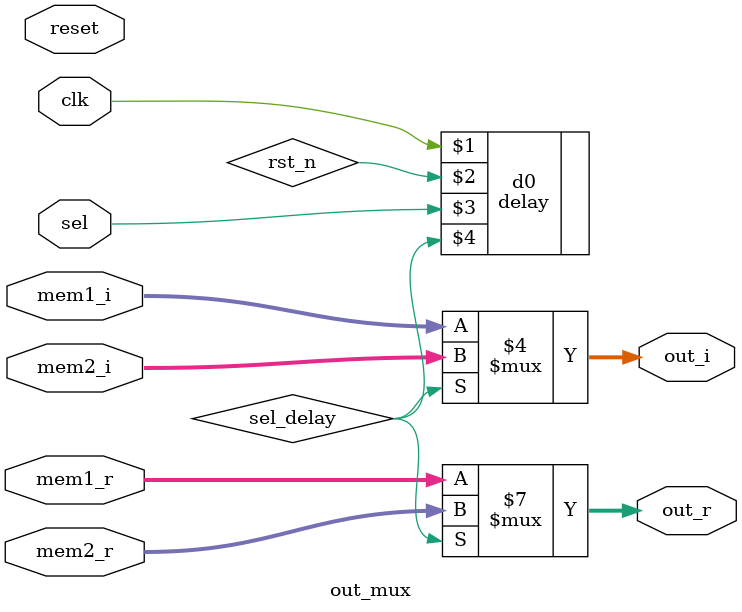
<source format=v>
module out_mux #(

	parameter Q = 16

)(

	input clk,    
	input reset,
	input sel,

	input [Q-1 : 0] mem1_r, mem2_r, mem1_i, mem2_i,
	output reg [Q-1 : 0] out_r, out_i
	
);

	delay d0(clk, rst_n, sel, sel_delay);

always @(*) begin

	if (!sel_delay) begin

		out_r = mem1_r;
		out_i = mem1_i;
	
	end

	else begin

		out_r = mem2_r;
		out_i = mem2_i;

	end

end

endmodule

</source>
